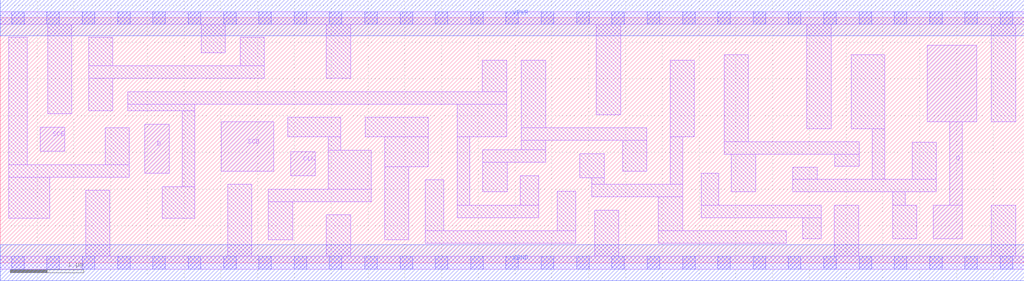
<source format=lef>
# Copyright 2020 The SkyWater PDK Authors
#
# Licensed under the Apache License, Version 2.0 (the "License");
# you may not use this file except in compliance with the License.
# You may obtain a copy of the License at
#
#     https://www.apache.org/licenses/LICENSE-2.0
#
# Unless required by applicable law or agreed to in writing, software
# distributed under the License is distributed on an "AS IS" BASIS,
# WITHOUT WARRANTIES OR CONDITIONS OF ANY KIND, either express or implied.
# See the License for the specific language governing permissions and
# limitations under the License.
#
# SPDX-License-Identifier: Apache-2.0

VERSION 5.7 ;
  NAMESCASESENSITIVE ON ;
  NOWIREEXTENSIONATPIN ON ;
  DIVIDERCHAR "/" ;
  BUSBITCHARS "[]" ;
UNITS
  DATABASE MICRONS 200 ;
END UNITS
MACRO sky130_fd_sc_lp__sdfxtp_lp
  CLASS CORE ;
  FOREIGN sky130_fd_sc_lp__sdfxtp_lp ;
  ORIGIN  0.000000  0.000000 ;
  SIZE  13.92000 BY  3.330000 ;
  SYMMETRY X Y R90 ;
  SITE unit ;
  PIN D
    ANTENNAGATEAREA  0.313000 ;
    DIRECTION INPUT ;
    USE SIGNAL ;
    PORT
      LAYER li1 ;
        RECT 1.965000 1.215000 2.295000 1.885000 ;
    END
  END D
  PIN Q
    ANTENNADIFFAREA  0.404700 ;
    DIRECTION OUTPUT ;
    USE SIGNAL ;
    PORT
      LAYER li1 ;
        RECT 12.605000 1.920000 13.275000 2.960000 ;
        RECT 12.685000 0.325000 13.075000 0.785000 ;
        RECT 12.905000 0.785000 13.075000 1.920000 ;
    END
  END Q
  PIN SCD
    ANTENNAGATEAREA  0.313000 ;
    DIRECTION INPUT ;
    USE SIGNAL ;
    PORT
      LAYER li1 ;
        RECT 3.005000 1.245000 3.715000 1.915000 ;
    END
  END SCD
  PIN SCE
    ANTENNAGATEAREA  0.689000 ;
    DIRECTION INPUT ;
    USE SIGNAL ;
    PORT
      LAYER li1 ;
        RECT 0.545000 1.515000 0.875000 1.845000 ;
    END
  END SCE
  PIN CLK
    ANTENNAGATEAREA  0.376000 ;
    DIRECTION INPUT ;
    USE CLOCK ;
    PORT
      LAYER li1 ;
        RECT 3.950000 1.180000 4.280000 1.510000 ;
    END
  END CLK
  PIN VGND
    DIRECTION INOUT ;
    USE GROUND ;
    PORT
      LAYER met1 ;
        RECT 0.000000 -0.245000 13.920000 0.245000 ;
    END
  END VGND
  PIN VPWR
    DIRECTION INOUT ;
    USE POWER ;
    PORT
      LAYER met1 ;
        RECT 0.000000 3.085000 13.920000 3.575000 ;
    END
  END VPWR
  OBS
    LAYER li1 ;
      RECT  0.000000 -0.085000 13.920000 0.085000 ;
      RECT  0.000000  3.245000 13.920000 3.415000 ;
      RECT  0.115000  0.605000  0.670000 1.165000 ;
      RECT  0.115000  1.165000  1.755000 1.335000 ;
      RECT  0.115000  1.335000  0.365000 3.065000 ;
      RECT  0.645000  2.025000  0.975000 3.245000 ;
      RECT  1.160000  0.085000  1.490000 0.985000 ;
      RECT  1.200000  2.065000  1.530000 2.505000 ;
      RECT  1.200000  2.505000  3.590000 2.675000 ;
      RECT  1.200000  2.675000  1.530000 3.065000 ;
      RECT  1.425000  1.335000  1.755000 1.835000 ;
      RECT  1.730000  2.065000  2.645000 2.155000 ;
      RECT  1.730000  2.155000  6.885000 2.325000 ;
      RECT  2.200000  0.605000  2.645000 1.035000 ;
      RECT  2.475000  1.035000  2.645000 2.065000 ;
      RECT  2.730000  2.855000  3.060000 3.245000 ;
      RECT  3.090000  0.085000  3.420000 1.065000 ;
      RECT  3.260000  2.675000  3.590000 3.065000 ;
      RECT  3.645000  0.310000  3.975000 0.830000 ;
      RECT  3.645000  0.830000  5.045000 1.000000 ;
      RECT  3.905000  1.715000  4.630000 1.975000 ;
      RECT  4.435000  0.085000  4.765000 0.650000 ;
      RECT  4.435000  2.505000  4.765000 3.245000 ;
      RECT  4.460000  1.000000  5.045000 1.530000 ;
      RECT  4.460000  1.530000  4.630000 1.715000 ;
      RECT  4.965000  1.715000  5.820000 1.975000 ;
      RECT  5.225000  0.310000  5.555000 1.305000 ;
      RECT  5.225000  1.305000  5.820000 1.715000 ;
      RECT  5.780000  0.265000  7.825000 0.435000 ;
      RECT  5.780000  0.435000  6.030000 1.125000 ;
      RECT  6.210000  0.615000  7.320000 0.785000 ;
      RECT  6.210000  0.785000  6.380000 1.715000 ;
      RECT  6.210000  1.715000  6.885000 2.155000 ;
      RECT  6.555000  2.325000  6.885000 2.755000 ;
      RECT  6.560000  0.965000  6.890000 1.365000 ;
      RECT  6.560000  1.365000  7.415000 1.535000 ;
      RECT  7.070000  0.785000  7.320000 1.185000 ;
      RECT  7.085000  1.535000  7.415000 1.665000 ;
      RECT  7.085000  1.665000  8.790000 1.835000 ;
      RECT  7.085000  1.835000  7.415000 2.755000 ;
      RECT  7.575000  0.435000  7.825000 0.975000 ;
      RECT  7.880000  1.155000  8.210000 1.485000 ;
      RECT  8.040000  0.895000  9.275000 1.065000 ;
      RECT  8.040000  1.065000  8.210000 1.155000 ;
      RECT  8.080000  0.085000  8.410000 0.715000 ;
      RECT  8.105000  2.015000  8.435000 3.245000 ;
      RECT  8.460000  1.245000  8.790000 1.665000 ;
      RECT  8.945000  0.265000 10.685000 0.435000 ;
      RECT  8.945000  0.435000  9.275000 0.895000 ;
      RECT  9.105000  1.065000  9.275000 1.715000 ;
      RECT  9.105000  1.715000  9.435000 2.755000 ;
      RECT  9.530000  0.615000 11.160000 0.785000 ;
      RECT  9.530000  0.785000  9.770000 1.215000 ;
      RECT  9.840000  1.475000 11.675000 1.645000 ;
      RECT  9.840000  1.645000 10.170000 2.825000 ;
      RECT  9.940000  0.965000 10.270000 1.475000 ;
      RECT 10.775000  0.965000 12.725000 1.135000 ;
      RECT 10.775000  1.135000 11.105000 1.295000 ;
      RECT 10.910000  0.325000 11.160000 0.615000 ;
      RECT 10.965000  1.825000 11.295000 3.245000 ;
      RECT 11.340000  0.085000 11.670000 0.785000 ;
      RECT 11.345000  1.315000 11.675000 1.475000 ;
      RECT 11.570000  1.825000 12.025000 2.825000 ;
      RECT 11.855000  1.135000 12.025000 1.825000 ;
      RECT 12.130000  0.325000 12.460000 0.785000 ;
      RECT 12.130000  0.785000 12.300000 0.965000 ;
      RECT 12.395000  1.135000 12.725000 1.635000 ;
      RECT 13.475000  0.085000 13.805000 0.785000 ;
      RECT 13.475000  1.920000 13.805000 3.245000 ;
    LAYER mcon ;
      RECT  0.155000 -0.085000  0.325000 0.085000 ;
      RECT  0.155000  3.245000  0.325000 3.415000 ;
      RECT  0.635000 -0.085000  0.805000 0.085000 ;
      RECT  0.635000  3.245000  0.805000 3.415000 ;
      RECT  1.115000 -0.085000  1.285000 0.085000 ;
      RECT  1.115000  3.245000  1.285000 3.415000 ;
      RECT  1.595000 -0.085000  1.765000 0.085000 ;
      RECT  1.595000  3.245000  1.765000 3.415000 ;
      RECT  2.075000 -0.085000  2.245000 0.085000 ;
      RECT  2.075000  3.245000  2.245000 3.415000 ;
      RECT  2.555000 -0.085000  2.725000 0.085000 ;
      RECT  2.555000  3.245000  2.725000 3.415000 ;
      RECT  3.035000 -0.085000  3.205000 0.085000 ;
      RECT  3.035000  3.245000  3.205000 3.415000 ;
      RECT  3.515000 -0.085000  3.685000 0.085000 ;
      RECT  3.515000  3.245000  3.685000 3.415000 ;
      RECT  3.995000 -0.085000  4.165000 0.085000 ;
      RECT  3.995000  3.245000  4.165000 3.415000 ;
      RECT  4.475000 -0.085000  4.645000 0.085000 ;
      RECT  4.475000  3.245000  4.645000 3.415000 ;
      RECT  4.955000 -0.085000  5.125000 0.085000 ;
      RECT  4.955000  3.245000  5.125000 3.415000 ;
      RECT  5.435000 -0.085000  5.605000 0.085000 ;
      RECT  5.435000  3.245000  5.605000 3.415000 ;
      RECT  5.915000 -0.085000  6.085000 0.085000 ;
      RECT  5.915000  3.245000  6.085000 3.415000 ;
      RECT  6.395000 -0.085000  6.565000 0.085000 ;
      RECT  6.395000  3.245000  6.565000 3.415000 ;
      RECT  6.875000 -0.085000  7.045000 0.085000 ;
      RECT  6.875000  3.245000  7.045000 3.415000 ;
      RECT  7.355000 -0.085000  7.525000 0.085000 ;
      RECT  7.355000  3.245000  7.525000 3.415000 ;
      RECT  7.835000 -0.085000  8.005000 0.085000 ;
      RECT  7.835000  3.245000  8.005000 3.415000 ;
      RECT  8.315000 -0.085000  8.485000 0.085000 ;
      RECT  8.315000  3.245000  8.485000 3.415000 ;
      RECT  8.795000 -0.085000  8.965000 0.085000 ;
      RECT  8.795000  3.245000  8.965000 3.415000 ;
      RECT  9.275000 -0.085000  9.445000 0.085000 ;
      RECT  9.275000  3.245000  9.445000 3.415000 ;
      RECT  9.755000 -0.085000  9.925000 0.085000 ;
      RECT  9.755000  3.245000  9.925000 3.415000 ;
      RECT 10.235000 -0.085000 10.405000 0.085000 ;
      RECT 10.235000  3.245000 10.405000 3.415000 ;
      RECT 10.715000 -0.085000 10.885000 0.085000 ;
      RECT 10.715000  3.245000 10.885000 3.415000 ;
      RECT 11.195000 -0.085000 11.365000 0.085000 ;
      RECT 11.195000  3.245000 11.365000 3.415000 ;
      RECT 11.675000 -0.085000 11.845000 0.085000 ;
      RECT 11.675000  3.245000 11.845000 3.415000 ;
      RECT 12.155000 -0.085000 12.325000 0.085000 ;
      RECT 12.155000  3.245000 12.325000 3.415000 ;
      RECT 12.635000 -0.085000 12.805000 0.085000 ;
      RECT 12.635000  3.245000 12.805000 3.415000 ;
      RECT 13.115000 -0.085000 13.285000 0.085000 ;
      RECT 13.115000  3.245000 13.285000 3.415000 ;
      RECT 13.595000 -0.085000 13.765000 0.085000 ;
      RECT 13.595000  3.245000 13.765000 3.415000 ;
  END
END sky130_fd_sc_lp__sdfxtp_lp
END LIBRARY

</source>
